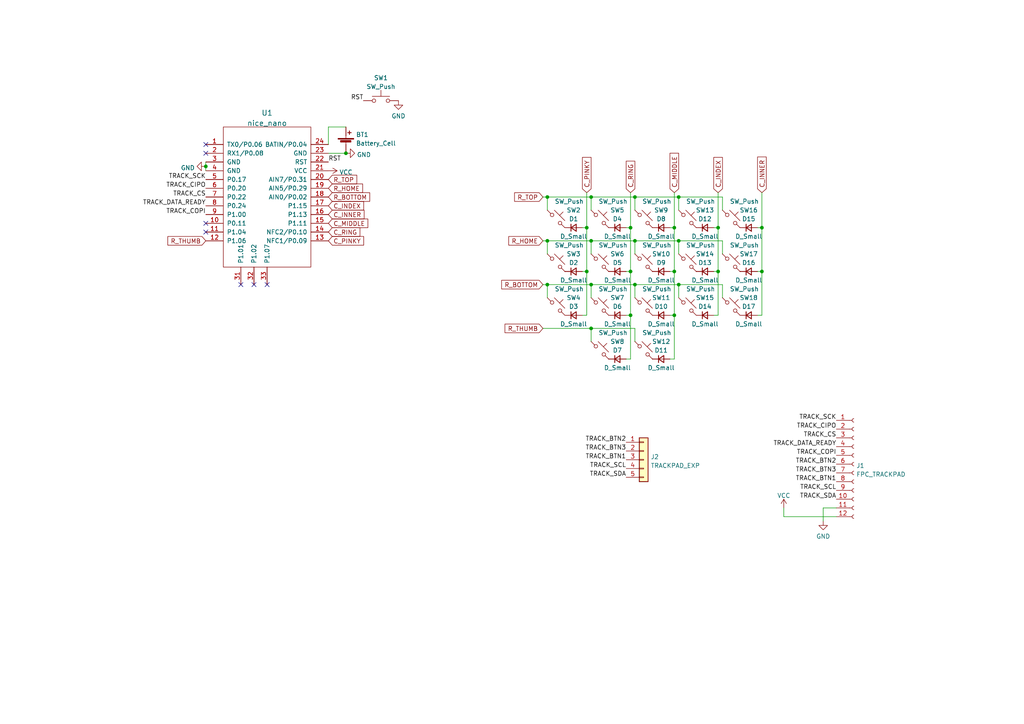
<source format=kicad_sch>
(kicad_sch (version 20211123) (generator eeschema)
  (paper "A4")
  (lib_symbols
    (symbol "Connector:Conn_01x12_Female" (pin_names (offset 1.016) hide)
      (property "Reference" "J" (at 0 15.24 0))
      (property "Value" "Conn_01x12_Female" (at 0 -17.78 0))
      (symbol "Conn_01x12_Female_1_1"
        (arc (start 0 -14.732) (mid -0.508 -15.24) (end 0 -15.748) (stroke (width 0.1524)))
        (arc (start 0 -12.192) (mid -0.508 -12.7) (end 0 -13.208) (stroke (width 0.1524)))
        (arc (start 0 -9.652) (mid -0.508 -10.16) (end 0 -10.668) (stroke (width 0.1524)))
        (arc (start 0 -7.112) (mid -0.508 -7.62) (end 0 -8.128) (stroke (width 0.1524)))
        (arc (start 0 -4.572) (mid -0.508 -5.08) (end 0 -5.588) (stroke (width 0.1524)))
        (arc (start 0 -2.032) (mid -0.508 -2.54) (end 0 -3.048) (stroke (width 0.1524)))
        (polyline (pts (xy -1.27 -15.24) (xy -0.508 -15.24)) (stroke (width 0.1524)))
        (polyline (pts (xy -1.27 -12.7) (xy -0.508 -12.7)) (stroke (width 0.1524)))
        (polyline (pts (xy -1.27 -10.16) (xy -0.508 -10.16)) (stroke (width 0.1524)))
        (polyline (pts (xy -1.27 -7.62) (xy -0.508 -7.62)) (stroke (width 0.1524)))
        (polyline (pts (xy -1.27 -5.08) (xy -0.508 -5.08)) (stroke (width 0.1524)))
        (polyline (pts (xy -1.27 -2.54) (xy -0.508 -2.54)) (stroke (width 0.1524)))
        (polyline (pts (xy -1.27 0) (xy -0.508 0)) (stroke (width 0.1524)))
        (polyline (pts (xy -1.27 2.54) (xy -0.508 2.54)) (stroke (width 0.1524)))
        (polyline (pts (xy -1.27 5.08) (xy -0.508 5.08)) (stroke (width 0.1524)))
        (polyline (pts (xy -1.27 7.62) (xy -0.508 7.62)) (stroke (width 0.1524)))
        (polyline (pts (xy -1.27 10.16) (xy -0.508 10.16)) (stroke (width 0.1524)))
        (polyline (pts (xy -1.27 12.7) (xy -0.508 12.7)) (stroke (width 0.1524)))
        (arc (start 0 0.508) (mid -0.508 0) (end 0 -0.508) (stroke (width 0.1524)))
        (arc (start 0 3.048) (mid -0.508 2.54) (end 0 2.032) (stroke (width 0.1524)))
        (arc (start 0 5.588) (mid -0.508 5.08) (end 0 4.572) (stroke (width 0.1524)))
        (arc (start 0 8.128) (mid -0.508 7.62) (end 0 7.112) (stroke (width 0.1524)))
        (arc (start 0 10.668) (mid -0.508 10.16) (end 0 9.652) (stroke (width 0.1524)))
        (arc (start 0 13.208) (mid -0.508 12.7) (end 0 12.192) (stroke (width 0.1524)))
        (pin passive line (at -5.08 12.7 0) (length 3.81) (name "Pin_1") (number "1"))
        (pin passive line (at -5.08 -10.16 0) (length 3.81) (name "Pin_10") (number "10"))
        (pin passive line (at -5.08 -12.7 0) (length 3.81) (name "Pin_11") (number "11"))
        (pin passive line (at -5.08 -15.24 0) (length 3.81) (name "Pin_12") (number "12"))
        (pin passive line (at -5.08 10.16 0) (length 3.81) (name "Pin_2") (number "2"))
        (pin passive line (at -5.08 7.62 0) (length 3.81) (name "Pin_3") (number "3"))
        (pin passive line (at -5.08 5.08 0) (length 3.81) (name "Pin_4") (number "4"))
        (pin passive line (at -5.08 2.54 0) (length 3.81) (name "Pin_5") (number "5"))
        (pin passive line (at -5.08 0 0) (length 3.81) (name "Pin_6") (number "6"))
        (pin passive line (at -5.08 -2.54 0) (length 3.81) (name "Pin_7") (number "7"))
        (pin passive line (at -5.08 -5.08 0) (length 3.81) (name "Pin_8") (number "8"))
        (pin passive line (at -5.08 -7.62 0) (length 3.81) (name "Pin_9") (number "9"))
      )
    )
    (symbol "Connector_Generic:Conn_01x05" (pin_names (offset 1.016) hide)
      (property "Reference" "J" (at 0 7.62 0))
      (property "Value" "Conn_01x05" (at 0 -7.62 0))
      (symbol "Conn_01x05_1_1"
        (rectangle (start -1.27 -4.953) (end 0 -5.207) (stroke (width 0.1524)))
        (rectangle (start -1.27 -2.413) (end 0 -2.667) (stroke (width 0.1524)))
        (rectangle (start -1.27 0.127) (end 0 -0.127) (stroke (width 0.1524)))
        (rectangle (start -1.27 2.667) (end 0 2.413) (stroke (width 0.1524)))
        (rectangle (start -1.27 5.207) (end 0 4.953) (stroke (width 0.1524)))
        (rectangle (start -1.27 6.35) (end 1.27 -6.35) (stroke (width 0.254)) (fill (type background)))
        (pin passive line (at -5.08 5.08 0) (length 3.81) (name "Pin_1") (number "1"))
        (pin passive line (at -5.08 2.54 0) (length 3.81) (name "Pin_2") (number "2"))
        (pin passive line (at -5.08 0 0) (length 3.81) (name "Pin_3") (number "3"))
        (pin passive line (at -5.08 -2.54 0) (length 3.81) (name "Pin_4") (number "4"))
        (pin passive line (at -5.08 -5.08 0) (length 3.81) (name "Pin_5") (number "5"))
      )
    )
    (symbol "Device:Battery_Cell" (pin_numbers hide) (pin_names (offset 0) hide)
      (property "Reference" "BT" (at 2.54 2.54 0))
      (property "Value" "Battery_Cell" (at 2.54 0 0))
      (symbol "Battery_Cell_0_1"
        (rectangle (start -2.286 1.778) (end 2.286 1.524) (fill (type outline)))
        (rectangle (start -1.5748 1.1938) (end 1.4732 0.6858) (fill (type outline)))
        (polyline (pts (xy 0 0.762) (xy 0 0)))
        (polyline (pts (xy 0 1.778) (xy 0 2.54)))
        (polyline (pts (xy 0.508 3.429) (xy 1.524 3.429)) (stroke (width 0.254)))
        (polyline (pts (xy 1.016 3.937) (xy 1.016 2.921)) (stroke (width 0.254)))
      )
      (symbol "Battery_Cell_1_1"
        (pin passive line (at 0 5.08 270) (length 2.54) (name "+") (number "1"))
        (pin passive line (at 0 -2.54 90) (length 2.54) (name "-") (number "2"))
      )
    )
    (symbol "Device:D_Small" (pin_numbers hide) (pin_names (offset 0.254) hide)
      (property "Reference" "D" (at -1.27 2.032 0))
      (property "Value" "D_Small" (at -3.81 -2.032 0))
      (symbol "D_Small_0_1"
        (polyline (pts (xy -0.762 -1.016) (xy -0.762 1.016)) (stroke (width 0.254)))
        (polyline (pts (xy -0.762 0) (xy 0.762 0)))
        (polyline (pts (xy 0.762 -1.016) (xy -0.762 0) (xy 0.762 1.016) (xy 0.762 -1.016)) (stroke (width 0.254)))
      )
      (symbol "D_Small_1_1"
        (pin passive line (at -2.54 0 0) (length 1.778) (name "K") (number "1"))
        (pin passive line (at 2.54 0 180) (length 1.778) (name "A") (number "2"))
      )
    )
    (symbol "Switch:SW_Push" (pin_numbers hide) (pin_names (offset 1.016) hide)
      (property "Reference" "SW" (at 1.27 2.54 0))
      (property "Value" "SW_Push" (at 0 -1.524 0))
      (symbol "SW_Push_0_1"
        (circle (center -2.032 0) (radius 0.508))
        (polyline (pts (xy 0 1.27) (xy 0 3.048)))
        (polyline (pts (xy 2.54 1.27) (xy -2.54 1.27)))
        (circle (center 2.032 0) (radius 0.508))
        (pin passive line (at -5.08 0 0) (length 2.54) (name "1") (number "1"))
        (pin passive line (at 5.08 0 180) (length 2.54) (name "2") (number "2"))
      )
    )
    (symbol "Switch:SW_Push_45deg" (pin_numbers hide) (pin_names (offset 1.016) hide)
      (property "Reference" "SW" (at 3.048 1.016 0))
      (property "Value" "SW_Push_45deg" (at 0 -3.81 0))
      (symbol "SW_Push_45deg_0_1"
        (circle (center -1.1684 1.1684) (radius 0.508))
        (polyline (pts (xy -0.508 2.54) (xy 2.54 -0.508)))
        (polyline (pts (xy 1.016 1.016) (xy 2.032 2.032)))
        (polyline (pts (xy -2.54 2.54) (xy -1.524 1.524) (xy -1.524 1.524)))
        (polyline (pts (xy 1.524 -1.524) (xy 2.54 -2.54) (xy 2.54 -2.54) (xy 2.54 -2.54)))
        (circle (center 1.143 -1.1938) (radius 0.508))
        (pin passive line (at -2.54 2.54 0) (length 0) (name "1") (number "1"))
        (pin passive line (at 2.54 -2.54 180) (length 0) (name "2") (number "2"))
      )
    )
    (symbol "nice_nano:nice_nano" (pin_names (offset 1.016))
      (property "Reference" "U" (at 0 0 0))
      (property "Value" "nice_nano" (at 0 2.54 0))
      (symbol "nice_nano_0_1"
        (rectangle (start -12.7 -21.59) (end 12.7 19.05))
      )
      (symbol "nice_nano_1_1"
        (pin input line (at -17.78 13.97 0) (length 5.08) (name "TX0/P0.06") (number "1"))
        (pin input line (at -17.78 -8.89 0) (length 5.08) (name "P0.11") (number "10"))
        (pin input line (at -17.78 -11.43 0) (length 5.08) (name "P1.04") (number "11"))
        (pin input line (at -17.78 -13.97 0) (length 5.08) (name "P1.06") (number "12"))
        (pin input line (at 17.78 -13.97 180) (length 5.08) (name "NFC1/P0.09") (number "13"))
        (pin input line (at 17.78 -11.43 180) (length 5.08) (name "NFC2/P0.10") (number "14"))
        (pin input line (at 17.78 -8.89 180) (length 5.08) (name "P1.11") (number "15"))
        (pin input line (at 17.78 -6.35 180) (length 5.08) (name "P1.13") (number "16"))
        (pin input line (at 17.78 -3.81 180) (length 5.08) (name "P1.15") (number "17"))
        (pin input line (at 17.78 -1.27 180) (length 5.08) (name "AIN0/P0.02") (number "18"))
        (pin input line (at 17.78 1.27 180) (length 5.08) (name "AIN5/P0.29") (number "19"))
        (pin input line (at -17.78 11.43 0) (length 5.08) (name "RX1/P0.08") (number "2"))
        (pin input line (at 17.78 3.81 180) (length 5.08) (name "AIN7/P0.31") (number "20"))
        (pin input line (at 17.78 6.35 180) (length 5.08) (name "VCC") (number "21"))
        (pin input line (at 17.78 8.89 180) (length 5.08) (name "RST") (number "22"))
        (pin input line (at 17.78 11.43 180) (length 5.08) (name "GND") (number "23"))
        (pin input line (at 17.78 13.97 180) (length 5.08) (name "BATIN/P0.04") (number "24"))
        (pin input line (at -17.78 8.89 0) (length 5.08) (name "GND") (number "3"))
        (pin input line (at -7.62 -26.67 90) (length 5.08) (name "P1.01") (number "31"))
        (pin input line (at -3.81 -26.67 90) (length 5.08) (name "P1.02") (number "32"))
        (pin input line (at 0 -26.67 90) (length 5.08) (name "P1.07") (number "33"))
        (pin input line (at -17.78 6.35 0) (length 5.08) (name "GND") (number "4"))
        (pin input line (at -17.78 3.81 0) (length 5.08) (name "P0.17") (number "5"))
        (pin input line (at -17.78 1.27 0) (length 5.08) (name "P0.20") (number "6"))
        (pin input line (at -17.78 -1.27 0) (length 5.08) (name "P0.22") (number "7"))
        (pin input line (at -17.78 -3.81 0) (length 5.08) (name "P0.24") (number "8"))
        (pin input line (at -17.78 -6.35 0) (length 5.08) (name "P1.00") (number "9"))
      )
    )
    (symbol "power:GND" (power) (pin_names (offset 0))
      (property "Value" "GND" (at 0 -3.81 0))
      (symbol "GND_0_1"
        (polyline (pts (xy 0 0) (xy 0 -1.27) (xy 1.27 -1.27) (xy 0 -2.54) (xy -1.27 -1.27) (xy 0 -1.27)))
      )
      (symbol "GND_1_1"
        (pin power_in line (at 0 0 270) (length 0) hide (name "GND") (number "1"))
      )
    )
    (symbol "power:VCC" (power) (pin_names (offset 0))
      (property "Value" "VCC" (at 0 3.81 0))
      (symbol "VCC_0_1"
        (polyline (pts (xy -0.762 1.27) (xy 0 2.54)))
        (polyline (pts (xy 0 0) (xy 0 2.54)))
        (polyline (pts (xy 0 2.54) (xy 0.762 1.27)))
      )
      (symbol "VCC_1_1"
        (pin power_in line (at 0 0 90) (length 0) hide (name "VCC") (number "1"))
      )
    )
  )
  (junction (at 182.88 66.04))
  (junction (at 220.98 78.74))
  (junction (at 170.18 66.04))
  (junction (at 195.58 78.74))
  (junction (at 182.88 78.74))
  (junction (at 208.28 78.74))
  (junction (at 100.33 44.45))
  (junction (at 196.85 69.85))
  (junction (at 196.85 57.15))
  (junction (at 158.75 57.15))
  (junction (at 171.45 57.15))
  (junction (at 171.45 95.25))
  (junction (at 208.28 66.04))
  (junction (at 184.15 69.85))
  (junction (at 184.15 82.55))
  (junction (at 195.58 66.04))
  (junction (at 184.15 57.15))
  (junction (at 170.18 78.74))
  (junction (at 171.45 82.55))
  (junction (at 220.98 66.04))
  (junction (at 158.75 82.55))
  (junction (at 171.45 69.85))
  (junction (at 195.58 91.44))
  (junction (at 182.88 91.44))
  (junction (at 196.85 82.55))
  (junction (at 59.69 48.26))
  (junction (at 158.75 69.85))
  (no_connect (at 59.69 67.31))
  (no_connect (at 59.69 41.91))
  (no_connect (at 69.85 82.55))
  (no_connect (at 73.66 82.55))
  (no_connect (at 59.69 64.77))
  (no_connect (at 59.69 44.45))
  (no_connect (at 77.47 82.55))
  (wire (pts (xy 195.58 78.74) (xy 195.58 91.44)))
  (wire (pts (xy 168.91 66.04) (xy 170.18 66.04)))
  (wire (pts (xy 184.15 82.55) (xy 184.15 86.36)))
  (wire (pts (xy 184.15 69.85) (xy 196.85 69.85)))
  (wire (pts (xy 100.33 36.83) (xy 95.25 36.83)))
  (wire (pts (xy 196.85 69.85) (xy 209.55 69.85)))
  (wire (pts (xy 158.75 82.55) (xy 158.75 86.36)))
  (wire (pts (xy 171.45 69.85) (xy 184.15 69.85)))
  (wire (pts (xy 171.45 82.55) (xy 184.15 82.55)))
  (wire (pts (xy 157.48 82.55) (xy 158.75 82.55)))
  (wire (pts (xy 220.98 66.04) (xy 220.98 78.74)))
  (wire (pts (xy 219.71 91.44) (xy 220.98 91.44)))
  (wire (pts (xy 182.88 55.88) (xy 182.88 66.04)))
  (wire (pts (xy 158.75 69.85) (xy 158.75 73.66)))
  (wire (pts (xy 196.85 57.15) (xy 209.55 57.15)))
  (wire (pts (xy 194.31 91.44) (xy 195.58 91.44)))
  (wire (pts (xy 157.48 95.25) (xy 171.45 95.25)))
  (wire (pts (xy 208.28 78.74) (xy 208.28 91.44)))
  (wire (pts (xy 182.88 66.04) (xy 182.88 78.74)))
  (wire (pts (xy 209.55 82.55) (xy 209.55 86.36)))
  (wire (pts (xy 209.55 57.15) (xy 209.55 60.96)))
  (wire (pts (xy 171.45 95.25) (xy 184.15 95.25)))
  (wire (pts (xy 170.18 55.88) (xy 170.18 66.04)))
  (wire (pts (xy 182.88 78.74) (xy 182.88 91.44)))
  (wire (pts (xy 238.76 147.32) (xy 238.76 151.13)))
  (wire (pts (xy 208.28 66.04) (xy 208.28 78.74)))
  (wire (pts (xy 171.45 57.15) (xy 184.15 57.15)))
  (wire (pts (xy 242.57 149.86) (xy 227.33 149.86)))
  (wire (pts (xy 194.31 104.14) (xy 195.58 104.14)))
  (wire (pts (xy 157.48 57.15) (xy 158.75 57.15)))
  (wire (pts (xy 181.61 104.14) (xy 182.88 104.14)))
  (wire (pts (xy 158.75 57.15) (xy 158.75 60.96)))
  (wire (pts (xy 158.75 57.15) (xy 171.45 57.15)))
  (wire (pts (xy 171.45 95.25) (xy 171.45 99.06)))
  (wire (pts (xy 227.33 149.86) (xy 227.33 147.32)))
  (wire (pts (xy 181.61 66.04) (xy 182.88 66.04)))
  (wire (pts (xy 195.58 66.04) (xy 195.58 78.74)))
  (wire (pts (xy 194.31 78.74) (xy 195.58 78.74)))
  (wire (pts (xy 171.45 69.85) (xy 171.45 73.66)))
  (wire (pts (xy 184.15 82.55) (xy 196.85 82.55)))
  (wire (pts (xy 196.85 69.85) (xy 196.85 73.66)))
  (wire (pts (xy 181.61 78.74) (xy 182.88 78.74)))
  (wire (pts (xy 59.69 46.99) (xy 59.69 48.26)))
  (wire (pts (xy 184.15 57.15) (xy 184.15 60.96)))
  (wire (pts (xy 184.15 57.15) (xy 196.85 57.15)))
  (wire (pts (xy 196.85 57.15) (xy 196.85 60.96)))
  (wire (pts (xy 219.71 78.74) (xy 220.98 78.74)))
  (wire (pts (xy 195.58 91.44) (xy 195.58 104.14)))
  (wire (pts (xy 207.01 91.44) (xy 208.28 91.44)))
  (wire (pts (xy 219.71 66.04) (xy 220.98 66.04)))
  (wire (pts (xy 194.31 66.04) (xy 195.58 66.04)))
  (wire (pts (xy 95.25 44.45) (xy 100.33 44.45)))
  (wire (pts (xy 207.01 66.04) (xy 208.28 66.04)))
  (wire (pts (xy 95.25 36.83) (xy 95.25 41.91)))
  (wire (pts (xy 170.18 78.74) (xy 170.18 91.44)))
  (wire (pts (xy 242.57 147.32) (xy 238.76 147.32)))
  (wire (pts (xy 168.91 91.44) (xy 170.18 91.44)))
  (wire (pts (xy 196.85 82.55) (xy 196.85 86.36)))
  (wire (pts (xy 196.85 82.55) (xy 209.55 82.55)))
  (wire (pts (xy 195.58 55.88) (xy 195.58 66.04)))
  (wire (pts (xy 184.15 69.85) (xy 184.15 73.66)))
  (wire (pts (xy 59.69 48.26) (xy 59.69 49.53)))
  (wire (pts (xy 171.45 57.15) (xy 171.45 60.96)))
  (wire (pts (xy 170.18 66.04) (xy 170.18 78.74)))
  (wire (pts (xy 158.75 82.55) (xy 171.45 82.55)))
  (wire (pts (xy 208.28 55.88) (xy 208.28 66.04)))
  (wire (pts (xy 157.48 69.85) (xy 158.75 69.85)))
  (wire (pts (xy 181.61 91.44) (xy 182.88 91.44)))
  (wire (pts (xy 168.91 78.74) (xy 170.18 78.74)))
  (wire (pts (xy 209.55 69.85) (xy 209.55 73.66)))
  (wire (pts (xy 184.15 95.25) (xy 184.15 99.06)))
  (wire (pts (xy 158.75 69.85) (xy 171.45 69.85)))
  (wire (pts (xy 171.45 82.55) (xy 171.45 86.36)))
  (wire (pts (xy 220.98 78.74) (xy 220.98 91.44)))
  (wire (pts (xy 220.98 55.88) (xy 220.98 66.04)))
  (wire (pts (xy 182.88 91.44) (xy 182.88 104.14)))
  (wire (pts (xy 207.01 78.74) (xy 208.28 78.74)))
  (label "TRACK_CIPO" (at 59.69 54.61 180))
  (label "TRACK_SDA" (at 242.57 144.78 180))
  (label "TRACK_BTN2" (at 242.57 134.62 180))
  (label "RST" (at 95.25 46.99 0))
  (label "TRACK_BTN3" (at 242.57 137.16 180))
  (label "TRACK_CIPO" (at 242.57 124.46 180))
  (label "TRACK_DATA_READY" (at 59.69 59.69 180))
  (label "TRACK_CS" (at 59.69 57.15 180))
  (label "TRACK_BTN3" (at 181.61 130.81 180))
  (label "TRACK_BTN1" (at 181.61 133.35 180))
  (label "TRACK_BTN1" (at 242.57 139.7 180))
  (label "TRACK_SCL" (at 181.61 135.89 180))
  (label "TRACK_COPI" (at 59.69 62.23 180))
  (label "TRACK_BTN2" (at 181.61 128.27 180))
  (label "TRACK_DATA_READY" (at 242.57 129.54 180))
  (label "TRACK_COPI" (at 242.57 132.08 180))
  (label "TRACK_SDA" (at 181.61 138.43 180))
  (label "RST" (at 105.41 29.21 180))
  (label "TRACK_CS" (at 242.57 127 180))
  (label "TRACK_SCK" (at 242.57 121.92 180))
  (label "TRACK_SCK" (at 59.69 52.07 180))
  (label "TRACK_SCL" (at 242.57 142.24 180))
  (global_label "R_HOME" (shape input) (at 95.25 54.61 0) (property "Intersheet References" "${INTERSHEET_REFS}" (effects hide)))
  (global_label "R_THUMB" (shape input) (at 157.48 95.25 180) (property "Intersheet References" "${INTERSHEET_REFS}" (effects hide)))
  (global_label "R_THUMB" (shape input) (at 59.69 69.85 180) (property "Intersheet References" "${INTERSHEET_REFS}" (effects hide)))
  (global_label "C_INDEX" (shape input) (at 208.28 55.88 90) (property "Intersheet References" "${INTERSHEET_REFS}" (effects hide)))
  (global_label "R_BOTTOM" (shape input) (at 157.48 82.55 180) (property "Intersheet References" "${INTERSHEET_REFS}" (effects hide)))
  (global_label "R_HOME" (shape input) (at 157.48 69.85 180) (property "Intersheet References" "${INTERSHEET_REFS}" (effects hide)))
  (global_label "C_PINKY" (shape input) (at 170.18 55.88 90) (property "Intersheet References" "${INTERSHEET_REFS}" (effects hide)))
  (global_label "C_INNER" (shape input) (at 220.98 55.88 90) (property "Intersheet References" "${INTERSHEET_REFS}" (effects hide)))
  (global_label "C_INNER" (shape input) (at 95.25 62.23 0) (property "Intersheet References" "${INTERSHEET_REFS}" (effects hide)))
  (global_label "R_TOP" (shape input) (at 95.25 52.07 0) (property "Intersheet References" "${INTERSHEET_REFS}" (effects hide)))
  (global_label "C_MIDDLE" (shape input) (at 95.25 64.77 0) (property "Intersheet References" "${INTERSHEET_REFS}" (effects hide)))
  (global_label "C_RING" (shape input) (at 182.88 55.88 90) (property "Intersheet References" "${INTERSHEET_REFS}" (effects hide)))
  (global_label "C_MIDDLE" (shape input) (at 195.58 55.88 90) (property "Intersheet References" "${INTERSHEET_REFS}" (effects hide)))
  (global_label "C_PINKY" (shape input) (at 95.25 69.85 0) (property "Intersheet References" "${INTERSHEET_REFS}" (effects hide)))
  (global_label "R_BOTTOM" (shape input) (at 95.25 57.15 0) (property "Intersheet References" "${INTERSHEET_REFS}" (effects hide)))
  (global_label "R_TOP" (shape input) (at 157.48 57.15 180) (property "Intersheet References" "${INTERSHEET_REFS}" (effects hide)))
  (global_label "C_INDEX" (shape input) (at 95.25 59.69 0) (property "Intersheet References" "${INTERSHEET_REFS}" (effects hide)))
  (global_label "C_RING" (shape input) (at 95.25 67.31 0) (property "Intersheet References" "${INTERSHEET_REFS}" (effects hide)))
  (symbol (lib_id "Switch:SW_Push_45deg") (at 199.39 63.5 0) (unit 1)
    (property "Reference" "SW13" (at 204.47 60.96 0))
    (property "Value" "SW_Push" (at 203.2 58.42 0))
    (property "Footprint" "mbk:Choc-1u" (effects hide))
  )
  (symbol (lib_id "Switch:SW_Push_45deg") (at 173.99 76.2 0) (unit 1)
    (property "Reference" "SW6" (at 179.07 73.66 0))
    (property "Value" "SW_Push" (at 177.8 71.12 0))
    (property "Footprint" "mbk:Choc-1u" (effects hide))
  )
  (symbol (lib_id "power:GND") (at 59.69 48.26 270) (unit 1)
    (property "Reference" "#PWR0104" (effects hide))
    (property "Value" "GND" (at 56.5151 48.6938 90) (effects (justify right)))
  )
  (symbol (lib_id "Device:Battery_Cell") (at 100.33 41.91 0) (unit 1)
    (property "Reference" "BT1" (at 103.251 39.0433 0) (effects (justify left)))
    (property "Value" "Battery_Cell" (at 103.251 41.5802 0) (effects (justify left)))
    (property "Footprint" "xenua:BatteryHolder_18650_SMD" (effects hide))
  )
  (symbol (lib_id "Switch:SW_Push_45deg") (at 161.29 88.9 0) (unit 1)
    (property "Reference" "SW4" (at 166.37 86.36 0))
    (property "Value" "SW_Push" (at 165.1 83.82 0))
    (property "Footprint" "mbk:Choc-1u" (effects hide))
  )
  (symbol (lib_id "Device:D_Small") (at 191.77 91.44 0) (unit 1)
    (property "Reference" "D10" (at 191.77 88.9 0))
    (property "Value" "D_Small" (at 191.77 93.98 0))
    (property "Footprint" "1N4148:DIOAD829W49L456D191" (effects hide))
  )
  (symbol (lib_id "Switch:SW_Push_45deg") (at 186.69 63.5 0) (unit 1)
    (property "Reference" "SW9" (at 191.77 60.96 0))
    (property "Value" "SW_Push" (at 190.5 58.42 0))
    (property "Footprint" "mbk:Choc-1u" (effects hide))
  )
  (symbol (lib_id "Device:D_Small") (at 204.47 66.04 0) (unit 1)
    (property "Reference" "D12" (at 204.47 63.5 0))
    (property "Value" "D_Small" (at 204.47 68.58 0))
    (property "Footprint" "1N4148:DIOAD829W49L456D191" (effects hide))
  )
  (symbol (lib_id "power:VCC") (at 227.33 147.32 0) (unit 1)
    (property "Reference" "#PWR0106" (effects hide))
    (property "Value" "VCC" (at 227.33 143.7442 0))
  )
  (symbol (lib_id "nice_nano:nice_nano") (at 77.47 55.88 0) (unit 1)
    (property "Reference" "U1" (at 77.47 32.7459 0) (effects (font (size 1.524 1.524))))
    (property "Value" "nice_nano" (at 77.47 35.7393 0) (effects (font (size 1.524 1.524))))
    (property "Footprint" "nice-nano:nice_nano" (effects hide))
  )
  (symbol (lib_id "Switch:SW_Push_45deg") (at 173.99 63.5 0) (unit 1)
    (property "Reference" "SW5" (at 179.07 60.96 0))
    (property "Value" "SW_Push" (at 177.8 58.42 0))
    (property "Footprint" "mbk:Choc-1u" (effects hide))
  )
  (symbol (lib_id "Device:D_Small") (at 179.07 78.74 0) (unit 1)
    (property "Reference" "D5" (at 179.07 76.2 0))
    (property "Value" "D_Small" (at 179.07 81.28 0))
    (property "Footprint" "1N4148:DIOAD829W49L456D191" (effects hide))
  )
  (symbol (lib_id "power:GND") (at 100.33 44.45 90) (unit 1)
    (property "Reference" "#PWR0102" (effects hide))
    (property "Value" "GND" (at 103.505 44.8838 90) (effects (justify right)))
  )
  (symbol (lib_id "Device:D_Small") (at 217.17 66.04 0) (unit 1)
    (property "Reference" "D15" (at 217.17 63.5 0))
    (property "Value" "D_Small" (at 217.17 68.58 0))
    (property "Footprint" "1N4148:DIOAD829W49L456D191" (effects hide))
  )
  (symbol (lib_id "Switch:SW_Push_45deg") (at 173.99 88.9 0) (unit 1)
    (property "Reference" "SW7" (at 179.07 86.36 0))
    (property "Value" "SW_Push" (at 177.8 83.82 0))
    (property "Footprint" "mbk:Choc-1u" (effects hide))
  )
  (symbol (lib_id "Switch:SW_Push_45deg") (at 212.09 63.5 0) (unit 1)
    (property "Reference" "SW16" (at 217.17 60.96 0))
    (property "Value" "SW_Push" (at 215.9 58.42 0))
    (property "Footprint" "mbk:Choc-1u" (effects hide))
  )
  (symbol (lib_id "Switch:SW_Push_45deg") (at 186.69 88.9 0) (unit 1)
    (property "Reference" "SW11" (at 191.77 86.36 0))
    (property "Value" "SW_Push" (at 190.5 83.82 0))
    (property "Footprint" "mbk:Choc-1u" (effects hide))
  )
  (symbol (lib_id "Switch:SW_Push_45deg") (at 173.99 101.6 0) (unit 1)
    (property "Reference" "SW8" (at 179.07 99.06 0))
    (property "Value" "SW_Push" (at 177.8 96.52 0))
    (property "Footprint" "mbk:Choc-1u" (effects hide))
  )
  (symbol (lib_id "power:VCC") (at 95.25 49.53 270) (unit 1)
    (property "Reference" "#PWR0101" (effects hide))
    (property "Value" "VCC" (at 98.425 49.9638 90) (effects (justify left)))
  )
  (symbol (lib_id "Device:D_Small") (at 179.07 91.44 0) (unit 1)
    (property "Reference" "D6" (at 179.07 88.9 0))
    (property "Value" "D_Small" (at 179.07 93.98 0))
    (property "Footprint" "1N4148:DIOAD829W49L456D191" (effects hide))
  )
  (symbol (lib_id "Switch:SW_Push_45deg") (at 212.09 88.9 0) (unit 1)
    (property "Reference" "SW18" (at 217.17 86.36 0))
    (property "Value" "SW_Push" (at 215.9 83.82 0))
    (property "Footprint" "mbk:Choc-1u" (effects hide))
  )
  (symbol (lib_id "Connector:Conn_01x12_Female") (at 247.65 134.62 0) (unit 1)
    (property "Reference" "J1" (at 248.3612 135.0553 0) (effects (justify left)))
    (property "Value" "FPC_TRACKPAD" (at 248.3612 137.5922 0) (effects (justify left)))
    (property "Footprint" "Connector_FFC-FPC:Hirose_FH12-12S-0.5SH_1x12-1MP_P0.50mm_Horizontal" (effects hide))
  )
  (symbol (lib_id "Device:D_Small") (at 191.77 66.04 0) (unit 1)
    (property "Reference" "D8" (at 191.77 63.5 0))
    (property "Value" "D_Small" (at 191.77 68.58 0))
    (property "Footprint" "1N4148:DIOAD829W49L456D191" (effects hide))
  )
  (symbol (lib_id "Device:D_Small") (at 217.17 78.74 0) (unit 1)
    (property "Reference" "D16" (at 217.17 76.2 0))
    (property "Value" "D_Small" (at 217.17 81.28 0))
    (property "Footprint" "1N4148:DIOAD829W49L456D191" (effects hide))
  )
  (symbol (lib_id "Connector_Generic:Conn_01x05") (at 186.69 133.35 0) (unit 1)
    (property "Reference" "J2" (at 188.722 132.5153 0) (effects (justify left)))
    (property "Value" "TRACKPAD_EXP" (at 188.722 135.0522 0) (effects (justify left)))
    (property "Footprint" "Connector_PinHeader_2.54mm:PinHeader_1x05_P2.54mm_Vertical" (effects hide))
  )
  (symbol (lib_id "Device:D_Small") (at 204.47 78.74 0) (unit 1)
    (property "Reference" "D13" (at 204.47 76.2 0))
    (property "Value" "D_Small" (at 204.47 81.28 0))
    (property "Footprint" "1N4148:DIOAD829W49L456D191" (effects hide))
  )
  (symbol (lib_id "Device:D_Small") (at 166.37 91.44 0) (unit 1)
    (property "Reference" "D3" (at 166.37 88.9 0))
    (property "Value" "D_Small" (at 166.37 93.98 0))
    (property "Footprint" "1N4148:DIOAD829W49L456D191" (effects hide))
  )
  (symbol (lib_id "Switch:SW_Push_45deg") (at 161.29 76.2 0) (unit 1)
    (property "Reference" "SW3" (at 166.37 73.66 0))
    (property "Value" "SW_Push" (at 165.1 71.12 0))
    (property "Footprint" "mbk:Choc-1u" (effects hide))
  )
  (symbol (lib_id "Device:D_Small") (at 204.47 91.44 0) (unit 1)
    (property "Reference" "D14" (at 204.47 88.9 0))
    (property "Value" "D_Small" (at 204.47 93.98 0))
    (property "Footprint" "1N4148:DIOAD829W49L456D191" (effects hide))
  )
  (symbol (lib_id "Device:D_Small") (at 179.07 104.14 0) (unit 1)
    (property "Reference" "D7" (at 179.07 101.6 0))
    (property "Value" "D_Small" (at 179.07 106.68 0))
    (property "Footprint" "1N4148:DIOAD829W49L456D191" (effects hide))
  )
  (symbol (lib_id "Switch:SW_Push_45deg") (at 186.69 101.6 0) (unit 1)
    (property "Reference" "SW12" (at 191.77 99.06 0))
    (property "Value" "SW_Push" (at 190.5 96.52 0))
    (property "Footprint" "mbk:Choc-1u" (effects hide))
  )
  (symbol (lib_id "Device:D_Small") (at 179.07 66.04 0) (unit 1)
    (property "Reference" "D4" (at 179.07 63.5 0))
    (property "Value" "D_Small" (at 179.07 68.58 0))
    (property "Footprint" "1N4148:DIOAD829W49L456D191" (effects hide))
  )
  (symbol (lib_id "Switch:SW_Push_45deg") (at 199.39 88.9 0) (unit 1)
    (property "Reference" "SW15" (at 204.47 86.36 0))
    (property "Value" "SW_Push" (at 203.2 83.82 0))
    (property "Footprint" "mbk:Choc-1u" (effects hide))
  )
  (symbol (lib_id "Device:D_Small") (at 166.37 78.74 0) (unit 1)
    (property "Reference" "D2" (at 166.37 76.2 0))
    (property "Value" "D_Small" (at 166.37 81.28 0))
    (property "Footprint" "1N4148:DIOAD829W49L456D191" (effects hide))
  )
  (symbol (lib_id "power:GND") (at 115.57 29.21 0) (unit 1)
    (property "Reference" "#PWR0103" (effects hide))
    (property "Value" "GND" (at 115.57 33.6534 0))
  )
  (symbol (lib_id "Switch:SW_Push") (at 110.49 29.21 0) (unit 1)
    (property "Reference" "SW1" (at 110.49 22.5892 0))
    (property "Value" "SW_Push" (at 110.49 25.1261 0))
    (property "Footprint" "Button_Switch_THT:SW_PUSH_6mm" (effects hide))
  )
  (symbol (lib_id "Device:D_Small") (at 166.37 66.04 0) (unit 1)
    (property "Reference" "D1" (at 166.37 63.5 0))
    (property "Value" "D_Small" (at 166.37 68.58 0))
    (property "Footprint" "1N4148:DIOAD829W49L456D191" (effects hide))
  )
  (symbol (lib_id "Switch:SW_Push_45deg") (at 161.29 63.5 0) (unit 1)
    (property "Reference" "SW2" (at 166.37 60.96 0))
    (property "Value" "SW_Push" (at 165.1 58.42 0))
    (property "Footprint" "mbk:Choc-1u" (effects hide))
  )
  (symbol (lib_id "Switch:SW_Push_45deg") (at 186.69 76.2 0) (unit 1)
    (property "Reference" "SW10" (at 191.77 73.66 0))
    (property "Value" "SW_Push" (at 190.5 71.12 0))
    (property "Footprint" "mbk:Choc-1u" (effects hide))
  )
  (symbol (lib_id "Device:D_Small") (at 191.77 104.14 0) (unit 1)
    (property "Reference" "D11" (at 191.77 101.6 0))
    (property "Value" "D_Small" (at 191.77 106.68 0))
    (property "Footprint" "1N4148:DIOAD829W49L456D191" (effects hide))
  )
  (symbol (lib_id "Switch:SW_Push_45deg") (at 199.39 76.2 0) (unit 1)
    (property "Reference" "SW14" (at 204.47 73.66 0))
    (property "Value" "SW_Push" (at 203.2 71.12 0))
    (property "Footprint" "mbk:Choc-1u" (effects hide))
  )
  (symbol (lib_id "Device:D_Small") (at 191.77 78.74 0) (unit 1)
    (property "Reference" "D9" (at 191.77 76.2 0))
    (property "Value" "D_Small" (at 191.77 81.28 0))
    (property "Footprint" "1N4148:DIOAD829W49L456D191" (effects hide))
  )
  (symbol (lib_id "Switch:SW_Push_45deg") (at 212.09 76.2 0) (unit 1)
    (property "Reference" "SW17" (at 217.17 73.66 0))
    (property "Value" "SW_Push" (at 215.9 71.12 0))
    (property "Footprint" "mbk:Choc-1u" (effects hide))
  )
  (symbol (lib_id "power:GND") (at 238.76 151.13 0) (unit 1)
    (property "Reference" "#PWR0105" (effects hide))
    (property "Value" "GND" (at 238.76 155.5734 0))
  )
  (symbol (lib_id "Device:D_Small") (at 217.17 91.44 0) (unit 1)
    (property "Reference" "D17" (at 217.17 88.9 0))
    (property "Value" "D_Small" (at 217.17 93.98 0))
    (property "Footprint" "1N4148:DIOAD829W49L456D191" (effects hide))
  )
)
</source>
